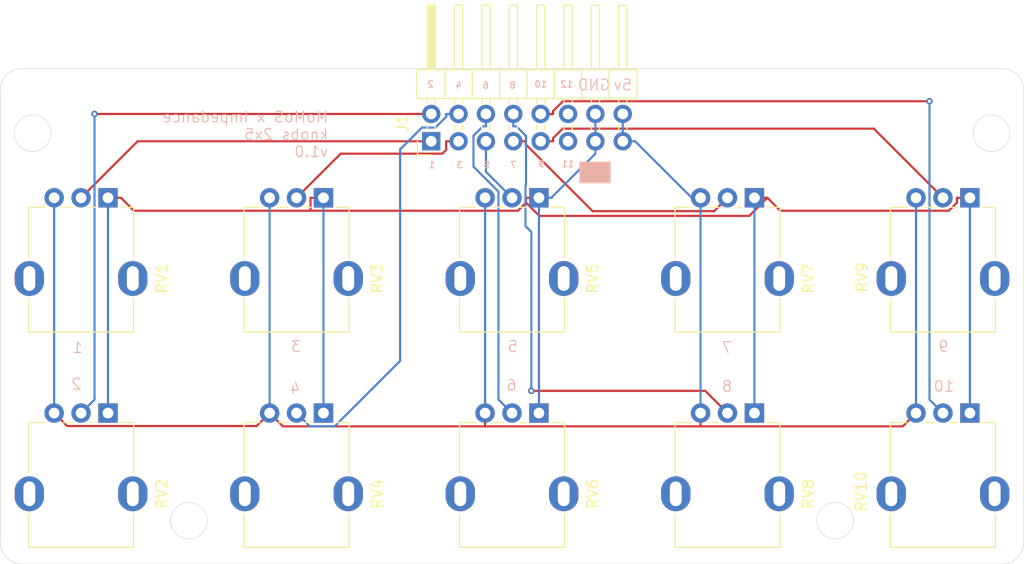
<source format=kicad_pcb>
(kicad_pcb (version 20240108) (generator "pcbnew") (generator_version "8.0")
  (layers (0 "F.Cu" signal) (31 "B.Cu" signal) (34 "B.Paste" user) (35 "F.Paste" user) (36 "B.SilkS" user "B.Silkscreen") (37 "F.SilkS" user "F.Silkscreen") (38 "B.Mask" user) (39 "F.Mask" user) (44 "Edge.Cuts" user))
  (net 0 "")
  (net 1 "+5V")
  (net 2 "GND")
  (net 3 "Net-(J1-Pin_5)")
  (net 4 "Net-(J1-Pin_7)")
  (net 5 "Net-(J1-Pin_9)")
  (net 6 "Net-(J1-Pin_10)")
  (net 7 "Net-(J1-Pin_8)")
  (net 9 "Net-(J1-Pin_4)")
  (net 11 "Net-(J1-Pin_1)")
  (net 12 "Net-(J1-Pin_3)")
  (net 13 "Net-(J1-Pin_6)")
  (net 14 "Net-(J1-Pin_2)")
  (footprint "eurorack_benjiao:Potentiometer_RV09" (layer "F.Cu") (at 125.9639 90.369 -90)
    (property "Reference" "RV3" (at 7.500001 -5 90) (layer "F.SilkS"))
    (property "Value" "R_Potentiometer" (hide yes))
    (pad "" thru_hole oval (at 7.499999 7.300001) (size 2.72 3.24) (drill oval 1.1 2.3) (layers "*.Cu" "*.Mask" "In1.Cu" "In2.Cu" "In3.Cu" "In4.Cu" "In5.Cu" "In6.Cu" "In7.Cu" "In8.Cu" "In9.Cu" "In10.Cu" "In11.Cu" "In12.Cu" "In13.Cu" "In14.Cu" "In15.Cu" "In16.Cu" "In17.Cu" "In18.Cu" "In19.Cu" "In20.Cu" "In21.Cu" "In22.Cu" "In23.Cu" "In24.Cu" "In25.Cu" "In26.Cu" "In27.Cu" "In28.Cu" "In29.Cu" "In30.Cu"))
    (pad "" thru_hole oval (at 7.500003 -2.299999) (size 2.72 3.24) (drill oval 1.1 2.3) (layers "*.Cu" "*.Mask" "In1.Cu" "In2.Cu" "In3.Cu" "In4.Cu" "In5.Cu" "In6.Cu" "In7.Cu" "In8.Cu" "In9.Cu" "In10.Cu" "In11.Cu" "In12.Cu" "In13.Cu" "In14.Cu" "In15.Cu" "In16.Cu" "In17.Cu" "In18.Cu" "In19.Cu" "In20.Cu" "In21.Cu" "In22.Cu" "In23.Cu" "In24.Cu" "In25.Cu" "In26.Cu" "In27.Cu" "In28.Cu" "In29.Cu" "In30.Cu"))
    (pad "1" thru_hole rect (at 0 0) (size 1.8 1.8) (drill 1) (layers "*.Cu" "*.Mask" "In1.Cu" "In2.Cu" "In3.Cu" "In4.Cu" "In5.Cu" "In6.Cu" "In7.Cu" "In8.Cu" "In9.Cu" "In10.Cu" "In11.Cu" "In12.Cu" "In13.Cu" "In14.Cu" "In15.Cu" "In16.Cu" "In17.Cu" "In18.Cu" "In19.Cu" "In20.Cu" "In21.Cu" "In22.Cu" "In23.Cu" "In24.Cu" "In25.Cu" "In26.Cu" "In27.Cu" "In28.Cu" "In29.Cu" "In30.Cu") (net 2 "GND"))
    (pad "2" thru_hole circle (at 0.000002 2.499999) (size 1.8 1.8) (drill 1) (layers "*.Cu" "*.Mask" "In1.Cu" "In2.Cu" "In3.Cu" "In4.Cu" "In5.Cu" "In6.Cu" "In7.Cu" "In8.Cu" "In9.Cu" "In10.Cu" "In11.Cu" "In12.Cu" "In13.Cu" "In14.Cu" "In15.Cu" "In16.Cu" "In17.Cu" "In18.Cu" "In19.Cu" "In20.Cu" "In21.Cu" "In22.Cu" "In23.Cu" "In24.Cu" "In25.Cu" "In26.Cu" "In27.Cu" "In28.Cu" "In29.Cu" "In30.Cu") (net 12 "Net-(J1-Pin_3)"))
    (pad "3" thru_hole circle (at -0.000001 4.999999) (size 1.8 1.8) (drill 1) (layers "*.Cu" "*.Mask" "In1.Cu" "In2.Cu" "In3.Cu" "In4.Cu" "In5.Cu" "In6.Cu" "In7.Cu" "In8.Cu" "In9.Cu" "In10.Cu" "In11.Cu" "In12.Cu" "In13.Cu" "In14.Cu" "In15.Cu" "In16.Cu" "In17.Cu" "In18.Cu" "In19.Cu" "In20.Cu" "In21.Cu" "In22.Cu" "In23.Cu" "In24.Cu" "In25.Cu" "In26.Cu" "In27.Cu" "In28.Cu" "In29.Cu" "In30.Cu") (net 1 "+5V"))
  )
  (footprint "eurorack_benjiao:Potentiometer_RV09" (layer "F.Cu") (at 125.9639 110.369 -90)
    (property "Reference" "RV4" (at 7.500001 -5 90) (layer "F.SilkS"))
    (property "Value" "R_Potentiometer" (hide yes))
    (pad "" thru_hole oval (at 7.499999 7.300001) (size 2.72 3.24) (drill oval 1.1 2.3) (layers "*.Cu" "*.Mask" "In1.Cu" "In2.Cu" "In3.Cu" "In4.Cu" "In5.Cu" "In6.Cu" "In7.Cu" "In8.Cu" "In9.Cu" "In10.Cu" "In11.Cu" "In12.Cu" "In13.Cu" "In14.Cu" "In15.Cu" "In16.Cu" "In17.Cu" "In18.Cu" "In19.Cu" "In20.Cu" "In21.Cu" "In22.Cu" "In23.Cu" "In24.Cu" "In25.Cu" "In26.Cu" "In27.Cu" "In28.Cu" "In29.Cu" "In30.Cu"))
    (pad "" thru_hole oval (at 7.500003 -2.299999) (size 2.72 3.24) (drill oval 1.1 2.3) (layers "*.Cu" "*.Mask" "In1.Cu" "In2.Cu" "In3.Cu" "In4.Cu" "In5.Cu" "In6.Cu" "In7.Cu" "In8.Cu" "In9.Cu" "In10.Cu" "In11.Cu" "In12.Cu" "In13.Cu" "In14.Cu" "In15.Cu" "In16.Cu" "In17.Cu" "In18.Cu" "In19.Cu" "In20.Cu" "In21.Cu" "In22.Cu" "In23.Cu" "In24.Cu" "In25.Cu" "In26.Cu" "In27.Cu" "In28.Cu" "In29.Cu" "In30.Cu"))
    (pad "1" thru_hole rect (at 0 0) (size 1.8 1.8) (drill 1) (layers "*.Cu" "*.Mask" "In1.Cu" "In2.Cu" "In3.Cu" "In4.Cu" "In5.Cu" "In6.Cu" "In7.Cu" "In8.Cu" "In9.Cu" "In10.Cu" "In11.Cu" "In12.Cu" "In13.Cu" "In14.Cu" "In15.Cu" "In16.Cu" "In17.Cu" "In18.Cu" "In19.Cu" "In20.Cu" "In21.Cu" "In22.Cu" "In23.Cu" "In24.Cu" "In25.Cu" "In26.Cu" "In27.Cu" "In28.Cu" "In29.Cu" "In30.Cu") (net 2 "GND"))
    (pad "2" thru_hole circle (at 0.000002 2.499999) (size 1.8 1.8) (drill 1) (layers "*.Cu" "*.Mask" "In1.Cu" "In2.Cu" "In3.Cu" "In4.Cu" "In5.Cu" "In6.Cu" "In7.Cu" "In8.Cu" "In9.Cu" "In10.Cu" "In11.Cu" "In12.Cu" "In13.Cu" "In14.Cu" "In15.Cu" "In16.Cu" "In17.Cu" "In18.Cu" "In19.Cu" "In20.Cu" "In21.Cu" "In22.Cu" "In23.Cu" "In24.Cu" "In25.Cu" "In26.Cu" "In27.Cu" "In28.Cu" "In29.Cu" "In30.Cu") (net 9 "Net-(J1-Pin_4)"))
    (pad "3" thru_hole circle (at -0.000001 4.999999) (size 1.8 1.8) (drill 1) (layers "*.Cu" "*.Mask" "In1.Cu" "In2.Cu" "In3.Cu" "In4.Cu" "In5.Cu" "In6.Cu" "In7.Cu" "In8.Cu" "In9.Cu" "In10.Cu" "In11.Cu" "In12.Cu" "In13.Cu" "In14.Cu" "In15.Cu" "In16.Cu" "In17.Cu" "In18.Cu" "In19.Cu" "In20.Cu" "In21.Cu" "In22.Cu" "In23.Cu" "In24.Cu" "In25.Cu" "In26.Cu" "In27.Cu" "In28.Cu" "In29.Cu" "In30.Cu") (net 1 "+5V"))
  )
  (footprint "eurorack_benjiao:Potentiometer_RV09" (layer "F.Cu") (at 165.9639 110.369 -90)
    (property "Reference" "RV8" (at 7.500001 -5 90) (layer "F.SilkS"))
    (property "Value" "R_Potentiometer" (hide yes))
    (pad "" thru_hole oval (at 7.499999 7.300001) (size 2.72 3.24) (drill oval 1.1 2.3) (layers "*.Cu" "*.Mask" "In1.Cu" "In2.Cu" "In3.Cu" "In4.Cu" "In5.Cu" "In6.Cu" "In7.Cu" "In8.Cu" "In9.Cu" "In10.Cu" "In11.Cu" "In12.Cu" "In13.Cu" "In14.Cu" "In15.Cu" "In16.Cu" "In17.Cu" "In18.Cu" "In19.Cu" "In20.Cu" "In21.Cu" "In22.Cu" "In23.Cu" "In24.Cu" "In25.Cu" "In26.Cu" "In27.Cu" "In28.Cu" "In29.Cu" "In30.Cu"))
    (pad "" thru_hole oval (at 7.500003 -2.299999) (size 2.72 3.24) (drill oval 1.1 2.3) (layers "*.Cu" "*.Mask" "In1.Cu" "In2.Cu" "In3.Cu" "In4.Cu" "In5.Cu" "In6.Cu" "In7.Cu" "In8.Cu" "In9.Cu" "In10.Cu" "In11.Cu" "In12.Cu" "In13.Cu" "In14.Cu" "In15.Cu" "In16.Cu" "In17.Cu" "In18.Cu" "In19.Cu" "In20.Cu" "In21.Cu" "In22.Cu" "In23.Cu" "In24.Cu" "In25.Cu" "In26.Cu" "In27.Cu" "In28.Cu" "In29.Cu" "In30.Cu"))
    (pad "1" thru_hole rect (at 0 0) (size 1.8 1.8) (drill 1) (layers "*.Cu" "*.Mask" "In1.Cu" "In2.Cu" "In3.Cu" "In4.Cu" "In5.Cu" "In6.Cu" "In7.Cu" "In8.Cu" "In9.Cu" "In10.Cu" "In11.Cu" "In12.Cu" "In13.Cu" "In14.Cu" "In15.Cu" "In16.Cu" "In17.Cu" "In18.Cu" "In19.Cu" "In20.Cu" "In21.Cu" "In22.Cu" "In23.Cu" "In24.Cu" "In25.Cu" "In26.Cu" "In27.Cu" "In28.Cu" "In29.Cu" "In30.Cu") (net 2 "GND"))
    (pad "2" thru_hole circle (at 0.000002 2.499999) (size 1.8 1.8) (drill 1) (layers "*.Cu" "*.Mask" "In1.Cu" "In2.Cu" "In3.Cu" "In4.Cu" "In5.Cu" "In6.Cu" "In7.Cu" "In8.Cu" "In9.Cu" "In10.Cu" "In11.Cu" "In12.Cu" "In13.Cu" "In14.Cu" "In15.Cu" "In16.Cu" "In17.Cu" "In18.Cu" "In19.Cu" "In20.Cu" "In21.Cu" "In22.Cu" "In23.Cu" "In24.Cu" "In25.Cu" "In26.Cu" "In27.Cu" "In28.Cu" "In29.Cu" "In30.Cu") (net 7 "Net-(J1-Pin_8)"))
    (pad "3" thru_hole circle (at -0.000001 4.999999) (size 1.8 1.8) (drill 1) (layers "*.Cu" "*.Mask" "In1.Cu" "In2.Cu" "In3.Cu" "In4.Cu" "In5.Cu" "In6.Cu" "In7.Cu" "In8.Cu" "In9.Cu" "In10.Cu" "In11.Cu" "In12.Cu" "In13.Cu" "In14.Cu" "In15.Cu" "In16.Cu" "In17.Cu" "In18.Cu" "In19.Cu" "In20.Cu" "In21.Cu" "In22.Cu" "In23.Cu" "In24.Cu" "In25.Cu" "In26.Cu" "In27.Cu" "In28.Cu" "In29.Cu" "In30.Cu") (net 1 "+5V"))
  )
  (footprint "eurorack_benjiao:Potentiometer_RV09" (layer "F.Cu") (at 185.9639 90.369 -90)
    (property "Reference" "RV9" (at 7.4 10 90) (layer "F.SilkS"))
    (property "Value" "R_Potentiometer" (hide yes))
    (pad "" thru_hole oval (at 7.499999 7.300001) (size 2.72 3.24) (drill oval 1.1 2.3) (layers "*.Cu" "*.Mask" "In1.Cu" "In2.Cu" "In3.Cu" "In4.Cu" "In5.Cu" "In6.Cu" "In7.Cu" "In8.Cu" "In9.Cu" "In10.Cu" "In11.Cu" "In12.Cu" "In13.Cu" "In14.Cu" "In15.Cu" "In16.Cu" "In17.Cu" "In18.Cu" "In19.Cu" "In20.Cu" "In21.Cu" "In22.Cu" "In23.Cu" "In24.Cu" "In25.Cu" "In26.Cu" "In27.Cu" "In28.Cu" "In29.Cu" "In30.Cu"))
    (pad "" thru_hole oval (at 7.500003 -2.299999) (size 2.72 3.24) (drill oval 1.1 2.3) (layers "*.Cu" "*.Mask" "In1.Cu" "In2.Cu" "In3.Cu" "In4.Cu" "In5.Cu" "In6.Cu" "In7.Cu" "In8.Cu" "In9.Cu" "In10.Cu" "In11.Cu" "In12.Cu" "In13.Cu" "In14.Cu" "In15.Cu" "In16.Cu" "In17.Cu" "In18.Cu" "In19.Cu" "In20.Cu" "In21.Cu" "In22.Cu" "In23.Cu" "In24.Cu" "In25.Cu" "In26.Cu" "In27.Cu" "In28.Cu" "In29.Cu" "In30.Cu"))
    (pad "1" thru_hole rect (at 0 0) (size 1.8 1.8) (drill 1) (layers "*.Cu" "*.Mask" "In1.Cu" "In2.Cu" "In3.Cu" "In4.Cu" "In5.Cu" "In6.Cu" "In7.Cu" "In8.Cu" "In9.Cu" "In10.Cu" "In11.Cu" "In12.Cu" "In13.Cu" "In14.Cu" "In15.Cu" "In16.Cu" "In17.Cu" "In18.Cu" "In19.Cu" "In20.Cu" "In21.Cu" "In22.Cu" "In23.Cu" "In24.Cu" "In25.Cu" "In26.Cu" "In27.Cu" "In28.Cu" "In29.Cu" "In30.Cu") (net 2 "GND"))
    (pad "2" thru_hole circle (at 0.000002 2.499999) (size 1.8 1.8) (drill 1) (layers "*.Cu" "*.Mask" "In1.Cu" "In2.Cu" "In3.Cu" "In4.Cu" "In5.Cu" "In6.Cu" "In7.Cu" "In8.Cu" "In9.Cu" "In10.Cu" "In11.Cu" "In12.Cu" "In13.Cu" "In14.Cu" "In15.Cu" "In16.Cu" "In17.Cu" "In18.Cu" "In19.Cu" "In20.Cu" "In21.Cu" "In22.Cu" "In23.Cu" "In24.Cu" "In25.Cu" "In26.Cu" "In27.Cu" "In28.Cu" "In29.Cu" "In30.Cu") (net 5 "Net-(J1-Pin_9)"))
    (pad "3" thru_hole circle (at -0.000001 4.999999) (size 1.8 1.8) (drill 1) (layers "*.Cu" "*.Mask" "In1.Cu" "In2.Cu" "In3.Cu" "In4.Cu" "In5.Cu" "In6.Cu" "In7.Cu" "In8.Cu" "In9.Cu" "In10.Cu" "In11.Cu" "In12.Cu" "In13.Cu" "In14.Cu" "In15.Cu" "In16.Cu" "In17.Cu" "In18.Cu" "In19.Cu" "In20.Cu" "In21.Cu" "In22.Cu" "In23.Cu" "In24.Cu" "In25.Cu" "In26.Cu" "In27.Cu" "In28.Cu" "In29.Cu" "In30.Cu") (net 1 "+5V"))
  )
  (footprint "eurorack_benjiao:Potentiometer_RV09" (layer "F.Cu") (at 145.9639 110.369 -90)
    (property "Reference" "RV6" (at 7.500001 -5 90) (layer "F.SilkS"))
    (property "Value" "R_Potentiometer" (hide yes))
    (pad "" thru_hole oval (at 7.499999 7.300001) (size 2.72 3.24) (drill oval 1.1 2.3) (layers "*.Cu" "*.Mask" "In1.Cu" "In2.Cu" "In3.Cu" "In4.Cu" "In5.Cu" "In6.Cu" "In7.Cu" "In8.Cu" "In9.Cu" "In10.Cu" "In11.Cu" "In12.Cu" "In13.Cu" "In14.Cu" "In15.Cu" "In16.Cu" "In17.Cu" "In18.Cu" "In19.Cu" "In20.Cu" "In21.Cu" "In22.Cu" "In23.Cu" "In24.Cu" "In25.Cu" "In26.Cu" "In27.Cu" "In28.Cu" "In29.Cu" "In30.Cu"))
    (pad "" thru_hole oval (at 7.500003 -2.299999) (size 2.72 3.24) (drill oval 1.1 2.3) (layers "*.Cu" "*.Mask" "In1.Cu" "In2.Cu" "In3.Cu" "In4.Cu" "In5.Cu" "In6.Cu" "In7.Cu" "In8.Cu" "In9.Cu" "In10.Cu" "In11.Cu" "In12.Cu" "In13.Cu" "In14.Cu" "In15.Cu" "In16.Cu" "In17.Cu" "In18.Cu" "In19.Cu" "In20.Cu" "In21.Cu" "In22.Cu" "In23.Cu" "In24.Cu" "In25.Cu" "In26.Cu" "In27.Cu" "In28.Cu" "In29.Cu" "In30.Cu"))
    (pad "1" thru_hole rect (at 0 0) (size 1.8 1.8) (drill 1) (layers "*.Cu" "*.Mask" "In1.Cu" "In2.Cu" "In3.Cu" "In4.Cu" "In5.Cu" "In6.Cu" "In7.Cu" "In8.Cu" "In9.Cu" "In10.Cu" "In11.Cu" "In12.Cu" "In13.Cu" "In14.Cu" "In15.Cu" "In16.Cu" "In17.Cu" "In18.Cu" "In19.Cu" "In20.Cu" "In21.Cu" "In22.Cu" "In23.Cu" "In24.Cu" "In25.Cu" "In26.Cu" "In27.Cu" "In28.Cu" "In29.Cu" "In30.Cu") (net 2 "GND"))
    (pad "2" thru_hole circle (at 0.000002 2.499999) (size 1.8 1.8) (drill 1) (layers "*.Cu" "*.Mask" "In1.Cu" "In2.Cu" "In3.Cu" "In4.Cu" "In5.Cu" "In6.Cu" "In7.Cu" "In8.Cu" "In9.Cu" "In10.Cu" "In11.Cu" "In12.Cu" "In13.Cu" "In14.Cu" "In15.Cu" "In16.Cu" "In17.Cu" "In18.Cu" "In19.Cu" "In20.Cu" "In21.Cu" "In22.Cu" "In23.Cu" "In24.Cu" "In25.Cu" "In26.Cu" "In27.Cu" "In28.Cu" "In29.Cu" "In30.Cu") (net 13 "Net-(J1-Pin_6)"))
    (pad "3" thru_hole circle (at -0.000001 4.999999) (size 1.8 1.8) (drill 1) (layers "*.Cu" "*.Mask" "In1.Cu" "In2.Cu" "In3.Cu" "In4.Cu" "In5.Cu" "In6.Cu" "In7.Cu" "In8.Cu" "In9.Cu" "In10.Cu" "In11.Cu" "In12.Cu" "In13.Cu" "In14.Cu" "In15.Cu" "In16.Cu" "In17.Cu" "In18.Cu" "In19.Cu" "In20.Cu" "In21.Cu" "In22.Cu" "In23.Cu" "In24.Cu" "In25.Cu" "In26.Cu" "In27.Cu" "In28.Cu" "In29.Cu" "In30.Cu") (net 1 "+5V"))
  )
  (footprint "eurorack_benjiao:Potentiometer_RV09" (layer "F.Cu") (at 105.9639 110.369 -90)
    (property "Reference" "RV2" (at 7.500001 -5 90) (layer "F.SilkS"))
    (property "Value" "R_Potentiometer" (hide yes))
    (pad "" thru_hole oval (at 7.499999 7.300001) (size 2.72 3.24) (drill oval 1.1 2.3) (layers "*.Cu" "*.Mask" "In1.Cu" "In2.Cu" "In3.Cu" "In4.Cu" "In5.Cu" "In6.Cu" "In7.Cu" "In8.Cu" "In9.Cu" "In10.Cu" "In11.Cu" "In12.Cu" "In13.Cu" "In14.Cu" "In15.Cu" "In16.Cu" "In17.Cu" "In18.Cu" "In19.Cu" "In20.Cu" "In21.Cu" "In22.Cu" "In23.Cu" "In24.Cu" "In25.Cu" "In26.Cu" "In27.Cu" "In28.Cu" "In29.Cu" "In30.Cu"))
    (pad "" thru_hole oval (at 7.500003 -2.299999) (size 2.72 3.24) (drill oval 1.1 2.3) (layers "*.Cu" "*.Mask" "In1.Cu" "In2.Cu" "In3.Cu" "In4.Cu" "In5.Cu" "In6.Cu" "In7.Cu" "In8.Cu" "In9.Cu" "In10.Cu" "In11.Cu" "In12.Cu" "In13.Cu" "In14.Cu" "In15.Cu" "In16.Cu" "In17.Cu" "In18.Cu" "In19.Cu" "In20.Cu" "In21.Cu" "In22.Cu" "In23.Cu" "In24.Cu" "In25.Cu" "In26.Cu" "In27.Cu" "In28.Cu" "In29.Cu" "In30.Cu"))
    (pad "1" thru_hole rect (at 0 0) (size 1.8 1.8) (drill 1) (layers "*.Cu" "*.Mask" "In1.Cu" "In2.Cu" "In3.Cu" "In4.Cu" "In5.Cu" "In6.Cu" "In7.Cu" "In8.Cu" "In9.Cu" "In10.Cu" "In11.Cu" "In12.Cu" "In13.Cu" "In14.Cu" "In15.Cu" "In16.Cu" "In17.Cu" "In18.Cu" "In19.Cu" "In20.Cu" "In21.Cu" "In22.Cu" "In23.Cu" "In24.Cu" "In25.Cu" "In26.Cu" "In27.Cu" "In28.Cu" "In29.Cu" "In30.Cu") (net 2 "GND"))
    (pad "2" thru_hole circle (at 0.000002 2.499999) (size 1.8 1.8) (drill 1) (layers "*.Cu" "*.Mask" "In1.Cu" "In2.Cu" "In3.Cu" "In4.Cu" "In5.Cu" "In6.Cu" "In7.Cu" "In8.Cu" "In9.Cu" "In10.Cu" "In11.Cu" "In12.Cu" "In13.Cu" "In14.Cu" "In15.Cu" "In16.Cu" "In17.Cu" "In18.Cu" "In19.Cu" "In20.Cu" "In21.Cu" "In22.Cu" "In23.Cu" "In24.Cu" "In25.Cu" "In26.Cu" "In27.Cu" "In28.Cu" "In29.Cu" "In30.Cu") (net 14 "Net-(J1-Pin_2)"))
    (pad "3" thru_hole circle (at -0.000001 4.999999) (size 1.8 1.8) (drill 1) (layers "*.Cu" "*.Mask" "In1.Cu" "In2.Cu" "In3.Cu" "In4.Cu" "In5.Cu" "In6.Cu" "In7.Cu" "In8.Cu" "In9.Cu" "In10.Cu" "In11.Cu" "In12.Cu" "In13.Cu" "In14.Cu" "In15.Cu" "In16.Cu" "In17.Cu" "In18.Cu" "In19.Cu" "In20.Cu" "In21.Cu" "In22.Cu" "In23.Cu" "In24.Cu" "In25.Cu" "In26.Cu" "In27.Cu" "In28.Cu" "In29.Cu" "In30.Cu") (net 1 "+5V"))
  )
  (footprint "eurorack_benjiao:Potentiometer_RV09" (layer "F.Cu") (at 105.9639 90.369 -90)
    (property "Reference" "RV1" (at 7.500001 -5 90) (layer "F.SilkS"))
    (property "Value" "R_Potentiometer" (hide yes))
    (pad "" thru_hole oval (at 7.499999 7.300001) (size 2.72 3.24) (drill oval 1.1 2.3) (layers "*.Cu" "*.Mask" "In1.Cu" "In2.Cu" "In3.Cu" "In4.Cu" "In5.Cu" "In6.Cu" "In7.Cu" "In8.Cu" "In9.Cu" "In10.Cu" "In11.Cu" "In12.Cu" "In13.Cu" "In14.Cu" "In15.Cu" "In16.Cu" "In17.Cu" "In18.Cu" "In19.Cu" "In20.Cu" "In21.Cu" "In22.Cu" "In23.Cu" "In24.Cu" "In25.Cu" "In26.Cu" "In27.Cu" "In28.Cu" "In29.Cu" "In30.Cu"))
    (pad "" thru_hole oval (at 7.500003 -2.299999) (size 2.72 3.24) (drill oval 1.1 2.3) (layers "*.Cu" "*.Mask" "In1.Cu" "In2.Cu" "In3.Cu" "In4.Cu" "In5.Cu" "In6.Cu" "In7.Cu" "In8.Cu" "In9.Cu" "In10.Cu" "In11.Cu" "In12.Cu" "In13.Cu" "In14.Cu" "In15.Cu" "In16.Cu" "In17.Cu" "In18.Cu" "In19.Cu" "In20.Cu" "In21.Cu" "In22.Cu" "In23.Cu" "In24.Cu" "In25.Cu" "In26.Cu" "In27.Cu" "In28.Cu" "In29.Cu" "In30.Cu"))
    (pad "1" thru_hole rect (at 0 0) (size 1.8 1.8) (drill 1) (layers "*.Cu" "*.Mask" "In1.Cu" "In2.Cu" "In3.Cu" "In4.Cu" "In5.Cu" "In6.Cu" "In7.Cu" "In8.Cu" "In9.Cu" "In10.Cu" "In11.Cu" "In12.Cu" "In13.Cu" "In14.Cu" "In15.Cu" "In16.Cu" "In17.Cu" "In18.Cu" "In19.Cu" "In20.Cu" "In21.Cu" "In22.Cu" "In23.Cu" "In24.Cu" "In25.Cu" "In26.Cu" "In27.Cu" "In28.Cu" "In29.Cu" "In30.Cu") (net 2 "GND"))
    (pad "2" thru_hole circle (at 0.000002 2.499999) (size 1.8 1.8) (drill 1) (layers "*.Cu" "*.Mask" "In1.Cu" "In2.Cu" "In3.Cu" "In4.Cu" "In5.Cu" "In6.Cu" "In7.Cu" "In8.Cu" "In9.Cu" "In10.Cu" "In11.Cu" "In12.Cu" "In13.Cu" "In14.Cu" "In15.Cu" "In16.Cu" "In17.Cu" "In18.Cu" "In19.Cu" "In20.Cu" "In21.Cu" "In22.Cu" "In23.Cu" "In24.Cu" "In25.Cu" "In26.Cu" "In27.Cu" "In28.Cu" "In29.Cu" "In30.Cu") (net 11 "Net-(J1-Pin_1)"))
    (pad "3" thru_hole circle (at -0.000001 4.999999) (size 1.8 1.8) (drill 1) (layers "*.Cu" "*.Mask" "In1.Cu" "In2.Cu" "In3.Cu" "In4.Cu" "In5.Cu" "In6.Cu" "In7.Cu" "In8.Cu" "In9.Cu" "In10.Cu" "In11.Cu" "In12.Cu" "In13.Cu" "In14.Cu" "In15.Cu" "In16.Cu" "In17.Cu" "In18.Cu" "In19.Cu" "In20.Cu" "In21.Cu" "In22.Cu" "In23.Cu" "In24.Cu" "In25.Cu" "In26.Cu" "In27.Cu" "In28.Cu" "In29.Cu" "In30.Cu") (net 1 "+5V"))
  )
  (footprint "Connector_PinHeader_2.54mm:PinHeader_2x08_P2.54mm_Horizontal" (layer "F.Cu") (at 135.9639 85.119 90)
    (property "Reference" "J1" (at 1.640001 -2.66 90) (layer "F.SilkS"))
    (property "Value" "Conn_02x08_Odd_Even" (hide yes))
    (pad "1" thru_hole rect (at 0 0 90) (size 1.7 1.7) (drill 1) (layers "*.Cu" "*.Mask" "In1.Cu" "In2.Cu" "In3.Cu" "In4.Cu" "In5.Cu" "In6.Cu" "In7.Cu" "In8.Cu" "In9.Cu" "In10.Cu" "In11.Cu" "In12.Cu" "In13.Cu" "In14.Cu" "In15.Cu" "In16.Cu" "In17.Cu" "In18.Cu" "In19.Cu" "In20.Cu" "In21.Cu" "In22.Cu" "In23.Cu" "In24.Cu" "In25.Cu" "In26.Cu" "In27.Cu" "In28.Cu" "In29.Cu" "In30.Cu") (net 11 "Net-(J1-Pin_1)"))
    (pad "2" thru_hole oval (at 2.540001 0 90) (size 1.7 1.7) (drill 1) (layers "*.Cu" "*.Mask" "In1.Cu" "In2.Cu" "In3.Cu" "In4.Cu" "In5.Cu" "In6.Cu" "In7.Cu" "In8.Cu" "In9.Cu" "In10.Cu" "In11.Cu" "In12.Cu" "In13.Cu" "In14.Cu" "In15.Cu" "In16.Cu" "In17.Cu" "In18.Cu" "In19.Cu" "In20.Cu" "In21.Cu" "In22.Cu" "In23.Cu" "In24.Cu" "In25.Cu" "In26.Cu" "In27.Cu" "In28.Cu" "In29.Cu" "In30.Cu") (net 14 "Net-(J1-Pin_2)"))
    (pad "3" thru_hole oval (at 0 2.540001 90) (size 1.7 1.7) (drill 1) (layers "*.Cu" "*.Mask" "In1.Cu" "In2.Cu" "In3.Cu" "In4.Cu" "In5.Cu" "In6.Cu" "In7.Cu" "In8.Cu" "In9.Cu" "In10.Cu" "In11.Cu" "In12.Cu" "In13.Cu" "In14.Cu" "In15.Cu" "In16.Cu" "In17.Cu" "In18.Cu" "In19.Cu" "In20.Cu" "In21.Cu" "In22.Cu" "In23.Cu" "In24.Cu" "In25.Cu" "In26.Cu" "In27.Cu" "In28.Cu" "In29.Cu" "In30.Cu") (net 12 "Net-(J1-Pin_3)"))
    (pad "4" thru_hole oval (at 2.54 2.54 90) (size 1.7 1.7) (drill 1) (layers "*.Cu" "*.Mask" "In1.Cu" "In2.Cu" "In3.Cu" "In4.Cu" "In5.Cu" "In6.Cu" "In7.Cu" "In8.Cu" "In9.Cu" "In10.Cu" "In11.Cu" "In12.Cu" "In13.Cu" "In14.Cu" "In15.Cu" "In16.Cu" "In17.Cu" "In18.Cu" "In19.Cu" "In20.Cu" "In21.Cu" "In22.Cu" "In23.Cu" "In24.Cu" "In25.Cu" "In26.Cu" "In27.Cu" "In28.Cu" "In29.Cu" "In30.Cu") (net 9 "Net-(J1-Pin_4)"))
    (pad "5" thru_hole oval (at 0.000001 5.08 90) (size 1.7 1.7) (drill 1) (layers "*.Cu" "*.Mask" "In1.Cu" "In2.Cu" "In3.Cu" "In4.Cu" "In5.Cu" "In6.Cu" "In7.Cu" "In8.Cu" "In9.Cu" "In10.Cu" "In11.Cu" "In12.Cu" "In13.Cu" "In14.Cu" "In15.Cu" "In16.Cu" "In17.Cu" "In18.Cu" "In19.Cu" "In20.Cu" "In21.Cu" "In22.Cu" "In23.Cu" "In24.Cu" "In25.Cu" "In26.Cu" "In27.Cu" "In28.Cu" "In29.Cu" "In30.Cu") (net 3 "Net-(J1-Pin_5)"))
    (pad "6" thru_hole oval (at 2.540002 5.080001 90) (size 1.7 1.7) (drill 1) (layers "*.Cu" "*.Mask" "In1.Cu" "In2.Cu" "In3.Cu" "In4.Cu" "In5.Cu" "In6.Cu" "In7.Cu" "In8.Cu" "In9.Cu" "In10.Cu" "In11.Cu" "In12.Cu" "In13.Cu" "In14.Cu" "In15.Cu" "In16.Cu" "In17.Cu" "In18.Cu" "In19.Cu" "In20.Cu" "In21.Cu" "In22.Cu" "In23.Cu" "In24.Cu" "In25.Cu" "In26.Cu" "In27.Cu" "In28.Cu" "In29.Cu" "In30.Cu") (net 13 "Net-(J1-Pin_6)"))
    (pad "7" thru_hole oval (at -0.000001 7.620001 90) (size 1.7 1.7) (drill 1) (layers "*.Cu" "*.Mask" "In1.Cu" "In2.Cu" "In3.Cu" "In4.Cu" "In5.Cu" "In6.Cu" "In7.Cu" "In8.Cu" "In9.Cu" "In10.Cu" "In11.Cu" "In12.Cu" "In13.Cu" "In14.Cu" "In15.Cu" "In16.Cu" "In17.Cu" "In18.Cu" "In19.Cu" "In20.Cu" "In21.Cu" "In22.Cu" "In23.Cu" "In24.Cu" "In25.Cu" "In26.Cu" "In27.Cu" "In28.Cu" "In29.Cu" "In30.Cu") (net 4 "Net-(J1-Pin_7)"))
    (pad "8" thru_hole oval (at 2.539999 7.62 90) (size 1.7 1.7) (drill 1) (layers "*.Cu" "*.Mask" "In1.Cu" "In2.Cu" "In3.Cu" "In4.Cu" "In5.Cu" "In6.Cu" "In7.Cu" "In8.Cu" "In9.Cu" "In10.Cu" "In11.Cu" "In12.Cu" "In13.Cu" "In14.Cu" "In15.Cu" "In16.Cu" "In17.Cu" "In18.Cu" "In19.Cu" "In20.Cu" "In21.Cu" "In22.Cu" "In23.Cu" "In24.Cu" "In25.Cu" "In26.Cu" "In27.Cu" "In28.Cu" "In29.Cu" "In30.Cu") (net 7 "Net-(J1-Pin_8)"))
    (pad "9" thru_hole oval (at 0 10.16 90) (size 1.7 1.7) (drill 1) (layers "*.Cu" "*.Mask" "In1.Cu" "In2.Cu" "In3.Cu" "In4.Cu" "In5.Cu" "In6.Cu" "In7.Cu" "In8.Cu" "In9.Cu" "In10.Cu" "In11.Cu" "In12.Cu" "In13.Cu" "In14.Cu" "In15.Cu" "In16.Cu" "In17.Cu" "In18.Cu" "In19.Cu" "In20.Cu" "In21.Cu" "In22.Cu" "In23.Cu" "In24.Cu" "In25.Cu" "In26.Cu" "In27.Cu" "In28.Cu" "In29.Cu" "In30.Cu") (net 5 "Net-(J1-Pin_9)"))
    (pad "10" thru_hole oval (at 2.539999 10.16 90) (size 1.7 1.7) (drill 1) (layers "*.Cu" "*.Mask" "In1.Cu" "In2.Cu" "In3.Cu" "In4.Cu" "In5.Cu" "In6.Cu" "In7.Cu" "In8.Cu" "In9.Cu" "In10.Cu" "In11.Cu" "In12.Cu" "In13.Cu" "In14.Cu" "In15.Cu" "In16.Cu" "In17.Cu" "In18.Cu" "In19.Cu" "In20.Cu" "In21.Cu" "In22.Cu" "In23.Cu" "In24.Cu" "In25.Cu" "In26.Cu" "In27.Cu" "In28.Cu" "In29.Cu" "In30.Cu") (net 6 "Net-(J1-Pin_10)"))
    (pad "11" thru_hole oval (at 0 12.7 90) (size 1.7 1.7) (drill 1) (layers "*.Cu" "*.Mask" "In1.Cu" "In2.Cu" "In3.Cu" "In4.Cu" "In5.Cu" "In6.Cu" "In7.Cu" "In8.Cu" "In9.Cu" "In10.Cu" "In11.Cu" "In12.Cu" "In13.Cu" "In14.Cu" "In15.Cu" "In16.Cu" "In17.Cu" "In18.Cu" "In19.Cu" "In20.Cu" "In21.Cu" "In22.Cu" "In23.Cu" "In24.Cu" "In25.Cu" "In26.Cu" "In27.Cu" "In28.Cu" "In29.Cu" "In30.Cu"))
    (pad "12" thru_hole oval (at 2.54 12.700002 90) (size 1.7 1.7) (drill 1) (layers "*.Cu" "*.Mask" "In1.Cu" "In2.Cu" "In3.Cu" "In4.Cu" "In5.Cu" "In6.Cu" "In7.Cu" "In8.Cu" "In9.Cu" "In10.Cu" "In11.Cu" "In12.Cu" "In13.Cu" "In14.Cu" "In15.Cu" "In16.Cu" "In17.Cu" "In18.Cu" "In19.Cu" "In20.Cu" "In21.Cu" "In22.Cu" "In23.Cu" "In24.Cu" "In25.Cu" "In26.Cu" "In27.Cu" "In28.Cu" "In29.Cu" "In30.Cu"))
    (pad "13" thru_hole oval (at 0.000001 15.24 90) (size 1.7 1.7) (drill 1) (layers "*.Cu" "*.Mask" "In1.Cu" "In2.Cu" "In3.Cu" "In4.Cu" "In5.Cu" "In6.Cu" "In7.Cu" "In8.Cu" "In9.Cu" "In10.Cu" "In11.Cu" "In12.Cu" "In13.Cu" "In14.Cu" "In15.Cu" "In16.Cu" "In17.Cu" "In18.Cu" "In19.Cu" "In20.Cu" "In21.Cu" "In22.Cu" "In23.Cu" "In24.Cu" "In25.Cu" "In26.Cu" "In27.Cu" "In28.Cu" "In29.Cu" "In30.Cu") (net 2 "GND"))
    (pad "14" thru_hole oval (at 2.540001 15.24 90) (size 1.7 1.7) (drill 1) (layers "*.Cu" "*.Mask" "In1.Cu" "In2.Cu" "In3.Cu" "In4.Cu" "In5.Cu" "In6.Cu" "In7.Cu" "In8.Cu" "In9.Cu" "In10.Cu" "In11.Cu" "In12.Cu" "In13.Cu" "In14.Cu" "In15.Cu" "In16.Cu" "In17.Cu" "In18.Cu" "In19.Cu" "In20.Cu" "In21.Cu" "In22.Cu" "In23.Cu" "In24.Cu" "In25.Cu" "In26.Cu" "In27.Cu" "In28.Cu" "In29.Cu" "In30.Cu") (net 2 "GND"))
    (pad "15" thru_hole oval (at 0.000001 17.780001 90) (size 1.7 1.7) (drill 1) (layers "*.Cu" "*.Mask" "In1.Cu" "In2.Cu" "In3.Cu" "In4.Cu" "In5.Cu" "In6.Cu" "In7.Cu" "In8.Cu" "In9.Cu" "In10.Cu" "In11.Cu" "In12.Cu" "In13.Cu" "In14.Cu" "In15.Cu" "In16.Cu" "In17.Cu" "In18.Cu" "In19.Cu" "In20.Cu" "In21.Cu" "In22.Cu" "In23.Cu" "In24.Cu" "In25.Cu" "In26.Cu" "In27.Cu" "In28.Cu" "In29.Cu" "In30.Cu") (net 1 "+5V"))
    (pad "16" thru_hole oval (at 2.540001 17.779999 90) (size 1.7 1.7) (drill 1) (layers "*.Cu" "*.Mask" "In1.Cu" "In2.Cu" "In3.Cu" "In4.Cu" "In5.Cu" "In6.Cu" "In7.Cu" "In8.Cu" "In9.Cu" "In10.Cu" "In11.Cu" "In12.Cu" "In13.Cu" "In14.Cu" "In15.Cu" "In16.Cu" "In17.Cu" "In18.Cu" "In19.Cu" "In20.Cu" "In21.Cu" "In22.Cu" "In23.Cu" "In24.Cu" "In25.Cu" "In26.Cu" "In27.Cu" "In28.Cu" "In29.Cu" "In30.Cu") (net 1 "+5V"))
  )
  (footprint "eurorack_benjiao:Potentiometer_RV09" (layer "F.Cu") (at 185.9639 110.369 -90)
    (property "Reference" "RV10" (at 7.3 10.1 90) (layer "F.SilkS"))
    (property "Value" "R_Potentiometer" (hide yes))
    (pad "" thru_hole oval (at 7.499999 7.300001) (size 2.72 3.24) (drill oval 1.1 2.3) (layers "*.Cu" "*.Mask" "In1.Cu" "In2.Cu" "In3.Cu" "In4.Cu" "In5.Cu" "In6.Cu" "In7.Cu" "In8.Cu" "In9.Cu" "In10.Cu" "In11.Cu" "In12.Cu" "In13.Cu" "In14.Cu" "In15.Cu" "In16.Cu" "In17.Cu" "In18.Cu" "In19.Cu" "In20.Cu" "In21.Cu" "In22.Cu" "In23.Cu" "In24.Cu" "In25.Cu" "In26.Cu" "In27.Cu" "In28.Cu" "In29.Cu" "In30.Cu"))
    (pad "" thru_hole oval (at 7.500003 -2.299999) (size 2.72 3.24) (drill oval 1.1 2.3) (layers "*.Cu" "*.Mask" "In1.Cu" "In2.Cu" "In3.Cu" "In4.Cu" "In5.Cu" "In6.Cu" "In7.Cu" "In8.Cu" "In9.Cu" "In10.Cu" "In11.Cu" "In12.Cu" "In13.Cu" "In14.Cu" "In15.Cu" "In16.Cu" "In17.Cu" "In18.Cu" "In19.Cu" "In20.Cu" "In21.Cu" "In22.Cu" "In23.Cu" "In24.Cu" "In25.Cu" "In26.Cu" "In27.Cu" "In28.Cu" "In29.Cu" "In30.Cu"))
    (pad "1" thru_hole rect (at 0 0) (size 1.8 1.8) (drill 1) (layers "*.Cu" "*.Mask" "In1.Cu" "In2.Cu" "In3.Cu" "In4.Cu" "In5.Cu" "In6.Cu" "In7.Cu" "In8.Cu" "In9.Cu" "In10.Cu" "In11.Cu" "In12.Cu" "In13.Cu" "In14.Cu" "In15.Cu" "In16.Cu" "In17.Cu" "In18.Cu" "In19.Cu" "In20.Cu" "In21.Cu" "In22.Cu" "In23.Cu" "In24.Cu" "In25.Cu" "In26.Cu" "In27.Cu" "In28.Cu" "In29.Cu" "In30.Cu") (net 2 "GND"))
    (pad "2" thru_hole circle (at 0.000002 2.499999) (size 1.8 1.8) (drill 1) (layers "*.Cu" "*.Mask" "In1.Cu" "In2.Cu" "In3.Cu" "In4.Cu" "In5.Cu" "In6.Cu" "In7.Cu" "In8.Cu" "In9.Cu" "In10.Cu" "In11.Cu" "In12.Cu" "In13.Cu" "In14.Cu" "In15.Cu" "In16.Cu" "In17.Cu" "In18.Cu" "In19.Cu" "In20.Cu" "In21.Cu" "In22.Cu" "In23.Cu" "In24.Cu" "In25.Cu" "In26.Cu" "In27.Cu" "In28.Cu" "In29.Cu" "In30.Cu") (net 6 "Net-(J1-Pin_10)"))
    (pad "3" thru_hole circle (at -0.000001 4.999999) (size 1.8 1.8) (drill 1) (layers "*.Cu" "*.Mask" "In1.Cu" "In2.Cu" "In3.Cu" "In4.Cu" "In5.Cu" "In6.Cu" "In7.Cu" "In8.Cu" "In9.Cu" "In10.Cu" "In11.Cu" "In12.Cu" "In13.Cu" "In14.Cu" "In15.Cu" "In16.Cu" "In17.Cu" "In18.Cu" "In19.Cu" "In20.Cu" "In21.Cu" "In22.Cu" "In23.Cu" "In24.Cu" "In25.Cu" "In26.Cu" "In27.Cu" "In28.Cu" "In29.Cu" "In30.Cu") (net 1 "+5V"))
  )
  (footprint "eurorack_benjiao:Potentiometer_RV09" (layer "F.Cu") (at 165.9639 90.369 -90)
    (property "Reference" "RV7" (at 7.500001 -5 90) (layer "F.SilkS"))
    (property "Value" "R_Potentiometer" (hide yes))
    (pad "" thru_hole oval (at 7.499999 7.300001) (size 2.72 3.24) (drill oval 1.1 2.3) (layers "*.Cu" "*.Mask" "In1.Cu" "In2.Cu" "In3.Cu" "In4.Cu" "In5.Cu" "In6.Cu" "In7.Cu" "In8.Cu" "In9.Cu" "In10.Cu" "In11.Cu" "In12.Cu" "In13.Cu" "In14.Cu" "In15.Cu" "In16.Cu" "In17.Cu" "In18.Cu" "In19.Cu" "In20.Cu" "In21.Cu" "In22.Cu" "In23.Cu" "In24.Cu" "In25.Cu" "In26.Cu" "In27.Cu" "In28.Cu" "In29.Cu" "In30.Cu"))
    (pad "" thru_hole oval (at 7.500003 -2.299999) (size 2.72 3.24) (drill oval 1.1 2.3) (layers "*.Cu" "*.Mask" "In1.Cu" "In2.Cu" "In3.Cu" "In4.Cu" "In5.Cu" "In6.Cu" "In7.Cu" "In8.Cu" "In9.Cu" "In10.Cu" "In11.Cu" "In12.Cu" "In13.Cu" "In14.Cu" "In15.Cu" "In16.Cu" "In17.Cu" "In18.Cu" "In19.Cu" "In20.Cu" "In21.Cu" "In22.Cu" "In23.Cu" "In24.Cu" "In25.Cu" "In26.Cu" "In27.Cu" "In28.Cu" "In29.Cu" "In30.Cu"))
    (pad "1" thru_hole rect (at 0 0) (size 1.8 1.8) (drill 1) (layers "*.Cu" "*.Mask" "In1.Cu" "In2.Cu" "In3.Cu" "In4.Cu" "In5.Cu" "In6.Cu" "In7.Cu" "In8.Cu" "In9.Cu" "In10.Cu" "In11.Cu" "In12.Cu" "In13.Cu" "In14.Cu" "In15.Cu" "In16.Cu" "In17.Cu" "In18.Cu" "In19.Cu" "In20.Cu" "In21.Cu" "In22.Cu" "In23.Cu" "In24.Cu" "In25.Cu" "In26.Cu" "In27.Cu" "In28.Cu" "In29.Cu" "In30.Cu") (net 2 "GND"))
    (pad "2" thru_hole circle (at 0.000002 2.499999) (size 1.8 1.8) (drill 1) (layers "*.Cu" "*.Mask" "In1.Cu" "In2.Cu" "In3.Cu" "In4.Cu" "In5.Cu" "In6.Cu" "In7.Cu" "In8.Cu" "In9.Cu" "In10.Cu" "In11.Cu" "In12.Cu" "In13.Cu" "In14.Cu" "In15.Cu" "In16.Cu" "In17.Cu" "In18.Cu" "In19.Cu" "In20.Cu" "In21.Cu" "In22.Cu" "In23.Cu" "In24.Cu" "In25.Cu" "In26.Cu" "In27.Cu" "In28.Cu" "In29.Cu" "In30.Cu") (net 4 "Net-(J1-Pin_7)"))
    (pad "3" thru_hole circle (at -0.000001 4.999999) (size 1.8 1.8) (drill 1) (layers "*.Cu" "*.Mask" "In1.Cu" "In2.Cu" "In3.Cu" "In4.Cu" "In5.Cu" "In6.Cu" "In7.Cu" "In8.Cu" "In9.Cu" "In10.Cu" "In11.Cu" "In12.Cu" "In13.Cu" "In14.Cu" "In15.Cu" "In16.Cu" "In17.Cu" "In18.Cu" "In19.Cu" "In20.Cu" "In21.Cu" "In22.Cu" "In23.Cu" "In24.Cu" "In25.Cu" "In26.Cu" "In27.Cu" "In28.Cu" "In29.Cu" "In30.Cu") (net 1 "+5V"))
  )
  (footprint "eurorack_benjiao:Potentiometer_RV09" (layer "F.Cu") (at 145.9639 90.369 -90)
    (property "Reference" "RV5" (at 7.500001 -5 90) (layer "F.SilkS"))
    (property "Value" "R_Potentiometer" (hide yes))
    (pad "" thru_hole oval (at 7.499999 7.300001) (size 2.72 3.24) (drill oval 1.1 2.3) (layers "*.Cu" "*.Mask" "In1.Cu" "In2.Cu" "In3.Cu" "In4.Cu" "In5.Cu" "In6.Cu" "In7.Cu" "In8.Cu" "In9.Cu" "In10.Cu" "In11.Cu" "In12.Cu" "In13.Cu" "In14.Cu" "In15.Cu" "In16.Cu" "In17.Cu" "In18.Cu" "In19.Cu" "In20.Cu" "In21.Cu" "In22.Cu" "In23.Cu" "In24.Cu" "In25.Cu" "In26.Cu" "In27.Cu" "In28.Cu" "In29.Cu" "In30.Cu"))
    (pad "" thru_hole oval (at 7.500003 -2.299999) (size 2.72 3.24) (drill oval 1.1 2.3) (layers "*.Cu" "*.Mask" "In1.Cu" "In2.Cu" "In3.Cu" "In4.Cu" "In5.Cu" "In6.Cu" "In7.Cu" "In8.Cu" "In9.Cu" "In10.Cu" "In11.Cu" "In12.Cu" "In13.Cu" "In14.Cu" "In15.Cu" "In16.Cu" "In17.Cu" "In18.Cu" "In19.Cu" "In20.Cu" "In21.Cu" "In22.Cu" "In23.Cu" "In24.Cu" "In25.Cu" "In26.Cu" "In27.Cu" "In28.Cu" "In29.Cu" "In30.Cu"))
    (pad "1" thru_hole rect (at 0 0) (size 1.8 1.8) (drill 1) (layers "*.Cu" "*.Mask" "In1.Cu" "In2.Cu" "In3.Cu" "In4.Cu" "In5.Cu" "In6.Cu" "In7.Cu" "In8.Cu" "In9.Cu" "In10.Cu" "In11.Cu" "In12.Cu" "In13.Cu" "In14.Cu" "In15.Cu" "In16.Cu" "In17.Cu" "In18.Cu" "In19.Cu" "In20.Cu" "In21.Cu" "In22.Cu" "In23.Cu" "In24.Cu" "In25.Cu" "In26.Cu" "In27.Cu" "In28.Cu" "In29.Cu" "In30.Cu") (net 2 "GND"))
    (pad "2" thru_hole circle (at 0.000002 2.499999) (size 1.8 1.8) (drill 1) (layers "*.Cu" "*.Mask" "In1.Cu" "In2.Cu" "In3.Cu" "In4.Cu" "In5.Cu" "In6.Cu" "In7.Cu" "In8.Cu" "In9.Cu" "In10.Cu" "In11.Cu" "In12.Cu" "In13.Cu" "In14.Cu" "In15.Cu" "In16.Cu" "In17.Cu" "In18.Cu" "In19.Cu" "In20.Cu" "In21.Cu" "In22.Cu" "In23.Cu" "In24.Cu" "In25.Cu" "In26.Cu" "In27.Cu" "In28.Cu" "In29.Cu" "In30.Cu") (net 3 "Net-(J1-Pin_5)"))
    (pad "3" thru_hole circle (at -0.000001 4.999999) (size 1.8 1.8) (drill 1) (layers "*.Cu" "*.Mask" "In1.Cu" "In2.Cu" "In3.Cu" "In4.Cu" "In5.Cu" "In6.Cu" "In7.Cu" "In8.Cu" "In9.Cu" "In10.Cu" "In11.Cu" "In12.Cu" "In13.Cu" "In14.Cu" "In15.Cu" "In16.Cu" "In17.Cu" "In18.Cu" "In19.Cu" "In20.Cu" "In21.Cu" "In22.Cu" "In23.Cu" "In24.Cu" "In25.Cu" "In26.Cu" "In27.Cu" "In28.Cu" "In29.Cu" "In30.Cu") (net 1 "+5V"))
  )
  (gr_rect (start 149.7639 87.069) (end 152.5639 88.969) (stroke (width 0.1)) (fill solid) (layer "B.SilkS"))
  (gr_rect (start 149.7639 87.069) (end 152.5639 88.969) (stroke (width 0.1)) (fill solid) (layer "F.SilkS"))
  (gr_circle (center 173.4639 120.369) (end 175.1639 120.369) (stroke (width 0.05)) (fill none) (layer "Edge.Cuts"))
  (gr_line (start 190.9639 80.369) (end 190.9639 122.369) (stroke (width 0.05)) (layer "Edge.Cuts"))
  (gr_line (start 188.9639 124.369) (end 97.9639 124.369) (stroke (width 0.05)) (layer "Edge.Cuts"))
  (gr_circle (center 187.9639 84.369) (end 189.6639 84.369) (stroke (width 0.05)) (fill none) (layer "Edge.Cuts"))
  (gr_line (start 97.9639 78.369) (end 188.9639 78.369) (stroke (width 0.05)) (layer "Edge.Cuts"))
  (gr_arc (start 190.9639 122.369) (mid 190.378114 123.783214) (end 188.9639 124.369) (stroke (width 0.05)) (layer "Edge.Cuts"))
  (gr_arc (start 97.9639 124.369) (mid 96.549686 123.783214) (end 95.9639 122.369) (stroke (width 0.05)) (layer "Edge.Cuts"))
  (gr_arc (start 95.9639 80.369) (mid 96.549686 78.954786) (end 97.9639 78.369) (stroke (width 0.05)) (layer "Edge.Cuts"))
  (gr_arc (start 188.9639 78.369) (mid 190.378114 78.954786) (end 190.9639 80.369) (stroke (width 0.05)) (layer "Edge.Cuts"))
  (gr_line (start 95.9639 122.369) (end 95.9639 80.369) (stroke (width 0.05)) (layer "Edge.Cuts"))
  (gr_circle (center 113.4639 120.369) (end 115.1639 120.369) (stroke (width 0.05)) (fill none) (layer "Edge.Cuts"))
  (gr_circle (center 98.9639 84.369) (end 100.6639 84.369) (stroke (width 0.05)) (fill none) (layer "Edge.Cuts"))
  (gr_text "6" (at 141.3639 80.269 0) (layer "B.SilkS") (effects (font (size 0.6 0.6) (thickness 0.1)) (justify left bottom mirror)))
  (gr_text "3" (at 138.9639 87.669 0) (layer "B.SilkS") (effects (font (size 0.6 0.6) (thickness 0.1)) (justify left bottom mirror)))
  (gr_text "GND\n" (at 152.6639 80.469 0) (layer "B.SilkS") (effects (font (size 1 1) (thickness 0.1)) (justify left bottom mirror)))
  (gr_text "MoMoS x Impedance\nknobs 2x5\nv1.0" (at 126.4639 86.669 0) (layer "B.SilkS") (effects (font (size 1 1) (thickness 0.1)) (justify left bottom mirror)))
  (gr_text "10" (at 184.5639 108.469 0) (layer "B.SilkS") (effects (font (size 1 1) (thickness 0.1)) (justify left bottom mirror)))
  (gr_text "5" (at 141.4639 87.669 0) (layer "B.SilkS") (effects (font (size 0.6 0.6) (thickness 0.1)) (justify left bottom mirror)))
  (gr_text "4\n" (at 123.8639 108.669 0) (layer "B.SilkS") (effects (font (size 1 1) (thickness 0.1)) (justify left bottom mirror)))
  (gr_text "3" (at 123.9639 104.769 0) (layer "B.SilkS") (effects (font (size 1 1) (thickness 0.1)) (justify left bottom mirror)))
  (gr_text "4" (at 138.8639 80.269 0) (layer "B.SilkS") (effects (font (size 0.6 0.6) (thickness 0.1)) (justify left bottom mirror)))
  (gr_text "6" (at 143.9639 108.369 0) (layer "B.SilkS") (effects (font (size 1 1) (thickness 0.1)) (justify left bottom mirror)))
  (gr_text "9" (at 184.0639 104.769 0) (layer "B.SilkS") (effects (font (size 1 1) (thickness 0.1)) (justify left bottom mirror)))
  (gr_text "5v" (at 154.6639 80.469 0) (layer "B.SilkS") (effects (font (size 1 1) (thickness 0.1)) (justify left bottom mirror)))
  (gr_text "1" (at 103.6639 104.869 0) (layer "B.SilkS") (effects (font (size 1 1) (thickness 0.1)) (justify left bottom mirror)))
  (gr_text "2" (at 136.2639 80.169 0) (layer "B.SilkS") (effects (font (size 0.6 0.6) (thickness 0.1)) (justify left bottom mirror)))
  (gr_text "7" (at 143.9639 87.669 0) (layer "B.SilkS") (effects (font (size 0.6 0.6) (thickness 0.1)) (justify left bottom mirror)))
  (gr_text "8" (at 163.9639 108.469 0) (layer "B.SilkS") (effects (font (size 1 1) (thickness 0.1)) (justify left bottom mirror)))
  (gr_text "9" (at 146.5639 87.569 0) (layer "B.SilkS") (effects (font (size 0.6 0.6) (thickness 0.1)) (justify left bottom mirror)))
  (gr_text "12" (at 149.1639 80.169 0) (layer "B.SilkS") (effects (font (size 0.6 0.6) (thickness 0.1)) (justify left bottom mirror)))
  (gr_text "5" (at 144.0639 104.769 0) (layer "B.SilkS") (effects (font (size 1 1) (thickness 0.1)) (justify left bottom mirror)))
  (gr_text "8" (at 143.8639 80.269 0) (layer "B.SilkS") (effects (font (size 0.6 0.6) (thickness 0.1)) (justify left bottom mirror)))
  (gr_text "1" (at 136.3639 87.669 0) (layer "B.SilkS") (effects (font (size 0.6 0.6) (thickness 0.1)) (justify left bottom mirror)))
  (gr_text "11" (at 149.2639 87.569 0) (layer "B.SilkS") (effects (font (size 0.6 0.6) (thickness 0.1)) (justify left bottom mirror)))
  (gr_text "2" (at 103.5639 108.269 0) (layer "B.SilkS") (effects (font (size 1 1) (thickness 0.1)) (justify left bottom mirror)))
  (gr_text "10" (at 146.7639 80.169 0) (layer "B.SilkS") (effects (font (size 0.6 0.6) (thickness 0.1)) (justify left bottom mirror)))
  (gr_text "7" (at 163.9639 104.869 0) (layer "B.SilkS") (effects (font (size 1 1) (thickness 0.1)) (justify left bottom mirror)))
  (segment (start 102.1691 111.5742) (end 119.7587 111.5742) (width 0.2) (layer "F.Cu") (net 1))
  (segment (start 100.9639 110.369) (end 102.1691 111.5742) (width 0.2) (layer "F.Cu") (net 1))
  (segment (start 122.1984 111.6035) (end 140.9639 111.6035) (width 0.2) (layer "F.Cu") (net 1))
  (segment (start 120.9639 110.369) (end 122.1984 111.6035) (width 0.2) (layer "F.Cu") (net 1))
  (segment (start 179.7294 111.6035) (end 180.9639 110.369) (width 0.2) (layer "F.Cu") (net 1))
  (segment (start 160.9639 111.6035) (end 160.9639 110.369) (width 0.2) (layer "F.Cu") (net 1))
  (segment (start 140.9639 111.6035) (end 140.9639 110.369) (width 0.2) (layer "F.Cu") (net 1))
  (segment (start 160.9639 111.6035) (end 179.7294 111.6035) (width 0.2) (layer "F.Cu") (net 1))
  (segment (start 140.9639 111.6035) (end 160.9639 111.6035) (width 0.2) (layer "F.Cu") (net 1))
  (segment (start 119.7587 111.5742) (end 120.9639 110.369) (width 0.2) (layer "F.Cu") (net 1))
  (segment (start 180.9639 90.369) (end 180.9639 110.369) (width 0.2) (layer "B.Cu") (net 1))
  (segment (start 120.9639 90.369) (end 120.9639 110.369) (width 0.2) (layer "B.Cu") (net 1))
  (segment (start 153.7439 82.579) (end 153.7439 85.119) (width 0.2) (layer "B.Cu") (net 1))
  (segment (start 140.9639 90.369) (end 140.9639 110.369) (width 0.2) (layer "B.Cu") (net 1))
  (segment (start 160.1456 90.369) (end 160.9639 90.369) (width 0.2) (layer "B.Cu") (net 1))
  (segment (start 100.9639 90.369) (end 100.9639 110.369) (width 0.2) (layer "B.Cu") (net 1))
  (segment (start 154.8956 85.119) (end 160.1456 90.369) (width 0.2) (layer "B.Cu") (net 1))
  (segment (start 153.7439 85.119) (end 154.8956 85.119) (width 0.2) (layer "B.Cu") (net 1))
  (segment (start 160.9639 90.369) (end 160.9639 110.369) (width 0.2) (layer "B.Cu") (net 1))
  (segment (start 184.7622 90.8197) (end 184.0112 91.5707) (width 0.2) (layer "F.Cu") (net 2))
  (segment (start 165.9639 90.369) (end 167.1656 90.369) (width 0.2) (layer "F.Cu") (net 2))
  (segment (start 124.7622 91.5707) (end 124.7622 90.369) (width 0.2) (layer "F.Cu") (net 2))
  (segment (start 144.0112 91.5707) (end 144.7622 90.8197) (width 0.2) (layer "F.Cu") (net 2))
  (segment (start 185.9639 90.369) (end 184.7622 90.369) (width 0.2) (layer "F.Cu") (net 2))
  (segment (start 165.4838 92.0508) (end 145.9933 92.0508) (width 0.2) (layer "F.Cu") (net 2))
  (segment (start 105.9639 90.369) (end 107.1656 90.369) (width 0.2) (layer "F.Cu") (net 2))
  (segment (start 184.0112 91.5707) (end 168.3673 91.5707) (width 0.2) (layer "F.Cu") (net 2))
  (segment (start 125.9639 90.369) (end 124.7622 90.369) (width 0.2) (layer "F.Cu") (net 2))
  (segment (start 108.3673 91.5707) (end 124.7622 91.5707) (width 0.2) (layer "F.Cu") (net 2))
  (segment (start 107.1656 90.369) (end 108.3673 91.5707) (width 0.2) (layer "F.Cu") (net 2))
  (segment (start 145.9933 92.0508) (end 144.7622 90.8197) (width 0.2) (layer "F.Cu") (net 2))
  (segment (start 168.3673 91.5707) (end 167.1656 90.369) (width 0.2) (layer "F.Cu") (net 2))
  (segment (start 144.7622 90.8197) (end 144.7622 90.369) (width 0.2) (layer "F.Cu") (net 2))
  (segment (start 145.9639 90.369) (end 144.7622 90.369) (width 0.2) (layer "F.Cu") (net 2))
  (segment (start 184.7622 90.369) (end 184.7622 90.8197) (width 0.2) (layer "F.Cu") (net 2))
  (segment (start 124.7622 91.5707) (end 144.0112 91.5707) (width 0.2) (layer "F.Cu") (net 2))
  (segment (start 167.1656 90.369) (end 165.4838 92.0508) (width 0.2) (layer "F.Cu") (net 2))
  (segment (start 165.9639 90.369) (end 165.9639 110.369) (width 0.2) (layer "B.Cu") (net 2))
  (segment (start 151.2039 82.579) (end 151.2039 85.119) (width 0.2) (layer "B.Cu") (net 2))
  (segment (start 125.9639 90.369) (end 125.9639 110.369) (width 0.2) (layer "B.Cu") (net 2))
  (segment (start 145.9639 90.369) (end 145.9639 110.369) (width 0.2) (layer "B.Cu") (net 2))
  (segment (start 185.9639 90.369) (end 185.9639 110.369) (width 0.2) (layer "B.Cu") (net 2))
  (segment (start 105.9639 90.369) (end 105.9639 110.369) (width 0.2) (layer "B.Cu") (net 2))
  (segment (start 147.1656 90.309) (end 147.1656 90.369) (width 0.2) (layer "B.Cu") (net 2))
  (segment (start 145.9639 90.369) (end 147.1656 90.369) (width 0.2) (layer "B.Cu") (net 2))
  (segment (start 151.2039 85.119) (end 151.2039 86.2707) (width 0.2) (layer "B.Cu") (net 2))
  (segment (start 151.2039 86.2707) (end 147.1656 90.309) (width 0.2) (layer "B.Cu") (net 2))
  (segment (start 141.0439 87.949) (end 141.0439 85.119) (width 0.2) (layer "B.Cu") (net 3))
  (segment (start 143.4639 90.369) (end 141.0439 87.949) (width 0.2) (layer "B.Cu") (net 3))
  (segment (start 152.8004 91.6083) (end 152.7989 91.6098) (width 0.2) (layer "F.Cu") (net 4))
  (segment (start 152.7989 91.6098) (end 150.9385 91.6098) (width 0.2) (layer "F.Cu") (net 4))
  (segment (start 150.9385 91.6098) (end 144.7356 85.4069) (width 0.2) (layer "F.Cu") (net 4))
  (segment (start 144.7356 85.4069) (end 144.7356 85.119) (width 0.2) (layer "F.Cu") (net 4))
  (segment (start 163.4639 90.369) (end 162.2246 91.6083) (width 0.2) (layer "F.Cu") (net 4))
  (segment (start 162.2246 91.6083) (end 152.8004 91.6083) (width 0.2) (layer "F.Cu") (net 4))
  (segment (start 143.5839 85.119) (end 144.7356 85.119) (width 0.2) (layer "F.Cu") (net 4))
  (segment (start 147.2756 85.119) (end 147.2756 84.8311) (width 0.2) (layer "F.Cu") (net 5))
  (segment (start 148.1608 83.9459) (end 177.0408 83.9459) (width 0.2) (layer "F.Cu") (net 5))
  (segment (start 177.0408 83.9459) (end 183.4639 90.369) (width 0.2) (layer "F.Cu") (net 5))
  (segment (start 146.1239 85.119) (end 147.2756 85.119) (width 0.2) (layer "F.Cu") (net 5))
  (segment (start 147.2756 84.8311) (end 148.1608 83.9459) (width 0.2) (layer "F.Cu") (net 5))
  (segment (start 146.1239 82.579) (end 147.2756 82.579) (width 0.2) (layer "F.Cu") (net 6))
  (segment (start 147.2756 82.579) (end 147.2756 82.3105) (width 0.2) (layer "F.Cu") (net 6))
  (segment (start 147.2756 82.3105) (end 148.1861 81.4) (width 0.2) (layer "F.Cu") (net 6))
  (segment (start 148.1861 81.4) (end 182.2139 81.4) (width 0.2) (layer "F.Cu") (net 6))
  (via (at 182.2139 81.4) (size 0.6) (drill 0.3) (layers "F.Cu" "B.Cu") (net 6))
  (segment (start 182.2139 109.119) (end 182.2139 81.4) (width 0.2) (layer "B.Cu") (net 6))
  (segment (start 183.4639 110.369) (end 182.2139 109.119) (width 0.2) (layer "B.Cu") (net 6))
  (segment (start 161.4014 108.3065) (end 145.2563 108.3065) (width 0.2) (layer "F.Cu") (net 7))
  (segment (start 163.4639 110.369) (end 161.4014 108.3065) (width 0.2) (layer "F.Cu") (net 7))
  (via (at 145.2563 108.3065) (size 0.6) (drill 0.3) (layers "F.Cu" "B.Cu") (net 7))
  (segment (start 143.5839 83.7307) (end 143.8718 83.7307) (width 0.2) (layer "B.Cu") (net 7))
  (segment (start 145.2563 93.5416) (end 145.2563 108.3065) (width 0.2) (layer "B.Cu") (net 7))
  (segment (start 144.7637 89.1688) (end 144.7139 89.2186) (width 0.2) (layer "B.Cu") (net 7))
  (segment (start 144.7139 89.2186) (end 144.7139 92.9992) (width 0.2) (layer "B.Cu") (net 7))
  (segment (start 143.8718 83.7307) (end 144.7637 84.6226) (width 0.2) (layer "B.Cu") (net 7))
  (segment (start 144.7139 92.9992) (end 145.2563 93.5416) (width 0.2) (layer "B.Cu") (net 7))
  (segment (start 143.5839 82.579) (end 143.5839 83.7307) (width 0.2) (layer "B.Cu") (net 7))
  (segment (start 144.7637 84.6226) (end 144.7637 89.1688) (width 0.2) (layer "B.Cu") (net 7))
  (segment (start 127.0095 111.5907) (end 133.0773 105.5229) (width 0.2) (layer "B.Cu") (net 9))
  (segment (start 133.0773 85.8747) (end 135.103 83.849) (width 0.2) (layer "B.Cu") (net 9))
  (segment (start 135.103 83.849) (end 136.3507 83.849) (width 0.2) (layer "B.Cu") (net 9))
  (segment (start 124.6856 111.5907) (end 127.0095 111.5907) (width 0.2) (layer "B.Cu") (net 9))
  (segment (start 133.0773 105.5229) (end 133.0773 85.8747) (width 0.2) (layer "B.Cu") (net 9))
  (segment (start 123.4639 110.369) (end 124.6856 111.5907) (width 0.2) (layer "B.Cu") (net 9))
  (segment (start 138.5039 82.579) (end 137.3522 82.579) (width 0.2) (layer "B.Cu") (net 9))
  (segment (start 136.3507 83.849) (end 137.3522 82.8475) (width 0.2) (layer "B.Cu") (net 9))
  (segment (start 137.3522 82.8475) (end 137.3522 82.579) (width 0.2) (layer "B.Cu") (net 9))
  (segment (start 108.7139 85.119) (end 103.4639 90.369) (width 0.2) (layer "F.Cu") (net 11))
  (segment (start 135.9639 85.119) (end 108.7139 85.119) (width 0.2) (layer "F.Cu") (net 11))
  (segment (start 123.4639 90.369) (end 127.5622 86.2707) (width 0.2) (layer "F.Cu") (net 12))
  (segment (start 136.9923 86.2707) (end 137.3522 85.9108) (width 0.2) (layer "F.Cu") (net 12))
  (segment (start 127.5622 86.2707) (end 136.9923 86.2707) (width 0.2) (layer "F.Cu") (net 12))
  (segment (start 137.3522 85.9108) (end 137.3522 85.119) (width 0.2) (layer "F.Cu") (net 12))
  (segment (start 138.5039 85.119) (end 137.3522 85.119) (width 0.2) (layer "F.Cu") (net 12))
  (segment (start 142.2054 89.7948) (end 142.2054 109.1105) (width 0.2) (layer "B.Cu") (net 13))
  (segment (start 139.8864 84.6003) (end 139.8864 87.4758) (width 0.2) (layer "B.Cu") (net 13))
  (segment (start 140.756 83.7307) (end 139.8864 84.6003) (width 0.2) (layer "B.Cu") (net 13))
  (segment (start 141.0439 82.579) (end 141.0439 83.7307) (width 0.2) (layer "B.Cu") (net 13))
  (segment (start 139.8864 87.4758) (end 142.2054 89.7948) (width 0.2) (layer "B.Cu") (net 13))
  (segment (start 141.0439 83.7307) (end 140.756 83.7307) (width 0.2) (layer "B.Cu") (net 13))
  (segment (start 142.2054 109.1105) (end 143.4639 110.369) (width 0.2) (layer "B.Cu") (net 13))
  (segment (start 135.9639 82.579) (end 104.7139 82.579) (width 0.2) (layer "F.Cu") (net 14))
  (via (at 104.7139 82.579) (size 0.6) (drill 0.3) (layers "F.Cu" "B.Cu") (net 14))
  (segment (start 103.4639 110.369) (end 104.7139 109.119) (width 0.2) (layer "B.Cu") (net 14))
  (segment (start 104.7139 109.119) (end 104.7139 82.579) (width 0.2) (layer "B.Cu") (net 14))
)
</source>
